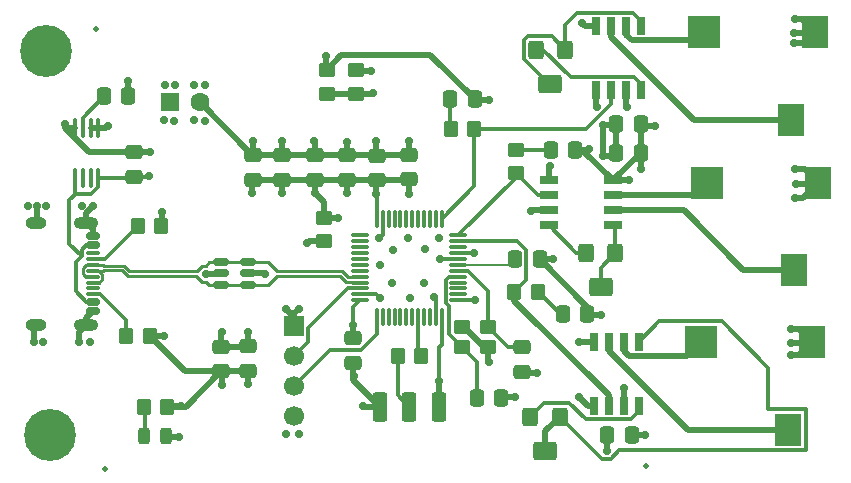
<source format=gbr>
%TF.GenerationSoftware,KiCad,Pcbnew,9.0.2*%
%TF.CreationDate,2025-07-12T15:53:05+01:00*%
%TF.ProjectId,EMG_hand_sensor,454d475f-6861-46e6-945f-73656e736f72,rev?*%
%TF.SameCoordinates,Original*%
%TF.FileFunction,Copper,L1,Top*%
%TF.FilePolarity,Positive*%
%FSLAX46Y46*%
G04 Gerber Fmt 4.6, Leading zero omitted, Abs format (unit mm)*
G04 Created by KiCad (PCBNEW 9.0.2) date 2025-07-12 15:53:05*
%MOMM*%
%LPD*%
G01*
G04 APERTURE LIST*
G04 Aperture macros list*
%AMRoundRect*
0 Rectangle with rounded corners*
0 $1 Rounding radius*
0 $2 $3 $4 $5 $6 $7 $8 $9 X,Y pos of 4 corners*
0 Add a 4 corners polygon primitive as box body*
4,1,4,$2,$3,$4,$5,$6,$7,$8,$9,$2,$3,0*
0 Add four circle primitives for the rounded corners*
1,1,$1+$1,$2,$3*
1,1,$1+$1,$4,$5*
1,1,$1+$1,$6,$7*
1,1,$1+$1,$8,$9*
0 Add four rect primitives between the rounded corners*
20,1,$1+$1,$2,$3,$4,$5,0*
20,1,$1+$1,$4,$5,$6,$7,0*
20,1,$1+$1,$6,$7,$8,$9,0*
20,1,$1+$1,$8,$9,$2,$3,0*%
G04 Aperture macros list end*
%TA.AperFunction,SMDPad,CuDef*%
%ADD10RoundRect,0.250000X0.475000X-0.337500X0.475000X0.337500X-0.475000X0.337500X-0.475000X-0.337500X0*%
%TD*%
%TA.AperFunction,SMDPad,CuDef*%
%ADD11RoundRect,0.075000X0.075000X0.662500X-0.075000X0.662500X-0.075000X-0.662500X0.075000X-0.662500X0*%
%TD*%
%TA.AperFunction,SMDPad,CuDef*%
%ADD12RoundRect,0.075000X0.662500X0.075000X-0.662500X0.075000X-0.662500X-0.075000X0.662500X-0.075000X0*%
%TD*%
%TA.AperFunction,SMDPad,CuDef*%
%ADD13RoundRect,0.250000X0.350000X0.450000X-0.350000X0.450000X-0.350000X-0.450000X0.350000X-0.450000X0*%
%TD*%
%TA.AperFunction,SMDPad,CuDef*%
%ADD14RoundRect,0.250000X-0.350000X-0.450000X0.350000X-0.450000X0.350000X0.450000X-0.350000X0.450000X0*%
%TD*%
%TA.AperFunction,SMDPad,CuDef*%
%ADD15C,0.500000*%
%TD*%
%TA.AperFunction,SMDPad,CuDef*%
%ADD16RoundRect,0.250000X-0.475000X0.337500X-0.475000X-0.337500X0.475000X-0.337500X0.475000X0.337500X0*%
%TD*%
%TA.AperFunction,SMDPad,CuDef*%
%ADD17R,0.650000X1.528000*%
%TD*%
%TA.AperFunction,SMDPad,CuDef*%
%ADD18RoundRect,0.250000X-0.337500X-0.475000X0.337500X-0.475000X0.337500X0.475000X-0.337500X0.475000X0*%
%TD*%
%TA.AperFunction,SMDPad,CuDef*%
%ADD19RoundRect,0.250000X0.450000X-0.350000X0.450000X0.350000X-0.450000X0.350000X-0.450000X-0.350000X0*%
%TD*%
%TA.AperFunction,SMDPad,CuDef*%
%ADD20RoundRect,0.250000X-0.450000X0.350000X-0.450000X-0.350000X0.450000X-0.350000X0.450000X0.350000X0*%
%TD*%
%TA.AperFunction,SMDPad,CuDef*%
%ADD21R,2.200000X2.800000*%
%TD*%
%TA.AperFunction,SMDPad,CuDef*%
%ADD22R,2.800000X2.800000*%
%TD*%
%TA.AperFunction,SMDPad,CuDef*%
%ADD23RoundRect,0.243750X-0.243750X-0.456250X0.243750X-0.456250X0.243750X0.456250X-0.243750X0.456250X0*%
%TD*%
%TA.AperFunction,SMDPad,CuDef*%
%ADD24R,1.528000X0.650000*%
%TD*%
%TA.AperFunction,ComponentPad*%
%ADD25R,1.700000X1.700000*%
%TD*%
%TA.AperFunction,ComponentPad*%
%ADD26C,1.700000*%
%TD*%
%TA.AperFunction,SMDPad,CuDef*%
%ADD27RoundRect,0.250000X0.337500X0.475000X-0.337500X0.475000X-0.337500X-0.475000X0.337500X-0.475000X0*%
%TD*%
%TA.AperFunction,SMDPad,CuDef*%
%ADD28RoundRect,0.250000X-0.400000X-0.550000X0.400000X-0.550000X0.400000X0.550000X-0.400000X0.550000X0*%
%TD*%
%TA.AperFunction,SMDPad,CuDef*%
%ADD29RoundRect,0.250000X-0.750000X-0.550000X0.750000X-0.550000X0.750000X0.550000X-0.750000X0.550000X0*%
%TD*%
%TA.AperFunction,SMDPad,CuDef*%
%ADD30RoundRect,0.250000X-0.450000X-0.350000X0.450000X-0.350000X0.450000X0.350000X-0.450000X0.350000X0*%
%TD*%
%TA.AperFunction,SMDPad,CuDef*%
%ADD31RoundRect,0.250000X-0.375000X-1.000000X0.375000X-1.000000X0.375000X1.000000X-0.375000X1.000000X0*%
%TD*%
%TA.AperFunction,ComponentPad*%
%ADD32C,4.400000*%
%TD*%
%TA.AperFunction,SMDPad,CuDef*%
%ADD33RoundRect,0.100000X-0.100000X0.712500X-0.100000X-0.712500X0.100000X-0.712500X0.100000X0.712500X0*%
%TD*%
%TA.AperFunction,ComponentPad*%
%ADD34RoundRect,0.250000X-0.550000X-0.550000X0.550000X-0.550000X0.550000X0.550000X-0.550000X0.550000X0*%
%TD*%
%TA.AperFunction,ComponentPad*%
%ADD35C,1.600000*%
%TD*%
%TA.AperFunction,SMDPad,CuDef*%
%ADD36RoundRect,0.150000X-0.512500X-0.150000X0.512500X-0.150000X0.512500X0.150000X-0.512500X0.150000X0*%
%TD*%
%TA.AperFunction,SMDPad,CuDef*%
%ADD37RoundRect,0.150000X-0.425000X0.150000X-0.425000X-0.150000X0.425000X-0.150000X0.425000X0.150000X0*%
%TD*%
%TA.AperFunction,SMDPad,CuDef*%
%ADD38RoundRect,0.075000X-0.500000X0.075000X-0.500000X-0.075000X0.500000X-0.075000X0.500000X0.075000X0*%
%TD*%
%TA.AperFunction,HeatsinkPad*%
%ADD39O,2.100000X1.000000*%
%TD*%
%TA.AperFunction,HeatsinkPad*%
%ADD40O,1.800000X1.000000*%
%TD*%
%TA.AperFunction,ViaPad*%
%ADD41C,0.700000*%
%TD*%
%TA.AperFunction,Conductor*%
%ADD42C,0.300000*%
%TD*%
%TA.AperFunction,Conductor*%
%ADD43C,0.500000*%
%TD*%
%TA.AperFunction,Conductor*%
%ADD44C,0.220000*%
%TD*%
%TA.AperFunction,Conductor*%
%ADD45C,0.200000*%
%TD*%
G04 APERTURE END LIST*
D10*
%TO.P,C9,2*%
%TO.N,GND*%
X154682379Y-62712500D03*
%TO.P,C9,1*%
%TO.N,VBUS*%
X154682379Y-64787500D03*
%TD*%
D11*
%TO.P,U2,48,VDD*%
%TO.N,+3.3V*%
X180750000Y-76662500D03*
%TO.P,U2,47,VSS*%
%TO.N,GND*%
X180250000Y-76662500D03*
%TO.P,U2,46,PB9*%
%TO.N,unconnected-(U2-PB9-Pad46)*%
X179750000Y-76662500D03*
%TO.P,U2,45,PB8*%
%TO.N,unconnected-(U2-PB8-Pad45)*%
X179250000Y-76662500D03*
%TO.P,U2,44,BOOT0*%
%TO.N,/BOOT0*%
X178750000Y-76662500D03*
%TO.P,U2,43,PB7*%
%TO.N,unconnected-(U2-PB7-Pad43)*%
X178250000Y-76662500D03*
%TO.P,U2,42,PB6*%
%TO.N,unconnected-(U2-PB6-Pad42)*%
X177750000Y-76662500D03*
%TO.P,U2,41,PB5*%
%TO.N,unconnected-(U2-PB5-Pad41)*%
X177250000Y-76662500D03*
%TO.P,U2,40,PB4*%
%TO.N,unconnected-(U2-PB4-Pad40)*%
X176750000Y-76662500D03*
%TO.P,U2,39,PB3*%
%TO.N,unconnected-(U2-PB3-Pad39)*%
X176250000Y-76662500D03*
%TO.P,U2,38,PA15*%
%TO.N,unconnected-(U2-PA15-Pad38)*%
X175750000Y-76662500D03*
%TO.P,U2,37,PA14*%
%TO.N,/SWD_CLK*%
X175250000Y-76662500D03*
D12*
%TO.P,U2,36,VDD*%
%TO.N,+3.3V*%
X173837500Y-75250000D03*
%TO.P,U2,35,VSS*%
%TO.N,GND*%
X173837500Y-74750000D03*
%TO.P,U2,34,PA13*%
%TO.N,/SWD_IO*%
X173837500Y-74250000D03*
%TO.P,U2,33,PA12*%
%TO.N,/USB_D+*%
X173837500Y-73750000D03*
%TO.P,U2,32,PA11*%
%TO.N,/USB_D-*%
X173837500Y-73250000D03*
%TO.P,U2,31,PA10*%
%TO.N,unconnected-(U2-PA10-Pad31)*%
X173837500Y-72750000D03*
%TO.P,U2,30,PA9*%
%TO.N,unconnected-(U2-PA9-Pad30)*%
X173837500Y-72250000D03*
%TO.P,U2,29,PA8*%
%TO.N,unconnected-(U2-PA8-Pad29)*%
X173837500Y-71750000D03*
%TO.P,U2,28,PB15*%
%TO.N,unconnected-(U2-PB15-Pad28)*%
X173837500Y-71250000D03*
%TO.P,U2,27,PB14*%
%TO.N,unconnected-(U2-PB14-Pad27)*%
X173837500Y-70750000D03*
%TO.P,U2,26,PB13*%
%TO.N,unconnected-(U2-PB13-Pad26)*%
X173837500Y-70250000D03*
%TO.P,U2,25,PB12*%
%TO.N,unconnected-(U2-PB12-Pad25)*%
X173837500Y-69750000D03*
D11*
%TO.P,U2,24,VDD*%
%TO.N,+3.3V*%
X175250000Y-68337500D03*
%TO.P,U2,23,VSS*%
%TO.N,GND*%
X175750000Y-68337500D03*
%TO.P,U2,22,PB11*%
%TO.N,unconnected-(U2-PB11-Pad22)*%
X176250000Y-68337500D03*
%TO.P,U2,21,PB10*%
%TO.N,unconnected-(U2-PB10-Pad21)*%
X176750000Y-68337500D03*
%TO.P,U2,20,PB2*%
%TO.N,unconnected-(U2-PB2-Pad20)*%
X177250000Y-68337500D03*
%TO.P,U2,19,PB1*%
%TO.N,unconnected-(U2-PB1-Pad19)*%
X177750000Y-68337500D03*
%TO.P,U2,18,PB0*%
%TO.N,unconnected-(U2-PB0-Pad18)*%
X178250000Y-68337500D03*
%TO.P,U2,17,PA7*%
%TO.N,unconnected-(U2-PA7-Pad17)*%
X178750000Y-68337500D03*
%TO.P,U2,16,PA6*%
%TO.N,unconnected-(U2-PA6-Pad16)*%
X179250000Y-68337500D03*
%TO.P,U2,15,PA5*%
%TO.N,unconnected-(U2-PA5-Pad15)*%
X179750000Y-68337500D03*
%TO.P,U2,14,PA4*%
%TO.N,unconnected-(U2-PA4-Pad14)*%
X180250000Y-68337500D03*
%TO.P,U2,13,PA3*%
%TO.N,/O4*%
X180750000Y-68337500D03*
D12*
%TO.P,U2,12,PA2*%
%TO.N,/O3*%
X182162500Y-69750000D03*
%TO.P,U2,11,PA1*%
%TO.N,/O2*%
X182162500Y-70250000D03*
%TO.P,U2,10,PA0*%
%TO.N,unconnected-(U2-PA0-Pad10)*%
X182162500Y-70750000D03*
%TO.P,U2,9,VDDA*%
%TO.N,+3.3VA*%
X182162500Y-71250000D03*
%TO.P,U2,8,VSSA*%
%TO.N,GND*%
X182162500Y-71750000D03*
%TO.P,U2,7,NRST*%
%TO.N,/NRST*%
X182162500Y-72250000D03*
%TO.P,U2,6,PD1*%
%TO.N,/HSE_LOW*%
X182162500Y-72750000D03*
%TO.P,U2,5,PD0*%
%TO.N,/HSE_IN*%
X182162500Y-73250000D03*
%TO.P,U2,4,PC15*%
%TO.N,unconnected-(U2-PC15-Pad4)*%
X182162500Y-73750000D03*
%TO.P,U2,3,PC14*%
%TO.N,unconnected-(U2-PC14-Pad3)*%
X182162500Y-74250000D03*
%TO.P,U2,2,PC13*%
%TO.N,unconnected-(U2-PC13-Pad2)*%
X182162500Y-74750000D03*
%TO.P,U2,1,VBAT*%
%TO.N,+3.3V*%
X182162500Y-75250000D03*
%TD*%
D13*
%TO.P,R12,1*%
%TO.N,Net-(C17-Pad1)*%
X188880000Y-74530000D03*
%TO.P,R12,2*%
%TO.N,/O2*%
X186880000Y-74530000D03*
%TD*%
D14*
%TO.P,R9,1*%
%TO.N,/CC2*%
X154010000Y-78240000D03*
%TO.P,R9,2*%
%TO.N,GND*%
X156010000Y-78240000D03*
%TD*%
D15*
%TO.P,FID2,*%
%TO.N,*%
X198000000Y-89250000D03*
%TD*%
D16*
%TO.P,C7,1*%
%TO.N,+3.3VA*%
X162090000Y-79195000D03*
%TO.P,C7,2*%
%TO.N,GND*%
X162090000Y-81270000D03*
%TD*%
D17*
%TO.P,U3,1,Rg*%
%TO.N,Net-(RV1-Pad1)*%
X197655000Y-52039000D03*
%TO.P,U3,2,-*%
%TO.N,/E2*%
X196385000Y-52039000D03*
%TO.P,U3,3,+*%
%TO.N,/E1*%
X195115000Y-52039000D03*
%TO.P,U3,4,V-*%
%TO.N,GND*%
X193845000Y-52039000D03*
%TO.P,U3,5,Ref*%
%TO.N,+1V6*%
X193845000Y-57461000D03*
%TO.P,U3,6*%
%TO.N,/O4*%
X195115000Y-57461000D03*
%TO.P,U3,7,V+*%
%TO.N,+3.3V*%
X196385000Y-57461000D03*
%TO.P,U3,8,Rg*%
%TO.N,Net-(RV1-Pad3)*%
X197655000Y-57461000D03*
%TD*%
D18*
%TO.P,C18,1*%
%TO.N,+3.3V*%
X195510000Y-60360000D03*
%TO.P,C18,2*%
%TO.N,GND*%
X197585000Y-60360000D03*
%TD*%
D14*
%TO.P,R11,1*%
%TO.N,Net-(C16-Pad1)*%
X181500000Y-60750000D03*
%TO.P,R11,2*%
%TO.N,/O4*%
X183500000Y-60750000D03*
%TD*%
D16*
%TO.P,C8,1*%
%TO.N,+3.3VA*%
X164340000Y-79157500D03*
%TO.P,C8,2*%
%TO.N,GND*%
X164340000Y-81232500D03*
%TD*%
D19*
%TO.P,R4,1*%
%TO.N,+1V6*%
X171000000Y-57750000D03*
%TO.P,R4,2*%
%TO.N,GND*%
X171000000Y-55750000D03*
%TD*%
D10*
%TO.P,C4,1*%
%TO.N,+3.3V*%
X170000000Y-65037500D03*
%TO.P,C4,2*%
%TO.N,GND*%
X170000000Y-62962500D03*
%TD*%
%TO.P,C6,1*%
%TO.N,+3.3V*%
X178000000Y-65000000D03*
%TO.P,C6,2*%
%TO.N,GND*%
X178000000Y-62925000D03*
%TD*%
D20*
%TO.P,R3,1*%
%TO.N,+3.3V*%
X173500000Y-55750000D03*
%TO.P,R3,2*%
%TO.N,+1V6*%
X173500000Y-57750000D03*
%TD*%
D21*
%TO.P,J5,R*%
%TO.N,/E1*%
X210350000Y-59950000D03*
%TO.P,J5,S*%
%TO.N,GND*%
X212350000Y-52550000D03*
D22*
%TO.P,J5,T*%
%TO.N,/E2*%
X202950000Y-52550000D03*
%TD*%
D18*
%TO.P,C15,1*%
%TO.N,/HSE_IN*%
X183712500Y-83500000D03*
%TO.P,C15,2*%
%TO.N,GND*%
X185787500Y-83500000D03*
%TD*%
D23*
%TO.P,D1,1,K*%
%TO.N,Net-(D1-K)*%
X155562500Y-86750000D03*
%TO.P,D1,2,A*%
%TO.N,+3.3V*%
X157437500Y-86750000D03*
%TD*%
D14*
%TO.P,R1,1*%
%TO.N,/SW_BOOT0*%
X177000000Y-80000000D03*
%TO.P,R1,2*%
%TO.N,/BOOT0*%
X179000000Y-80000000D03*
%TD*%
D10*
%TO.P,C3,1*%
%TO.N,+3.3V*%
X175250000Y-65075000D03*
%TO.P,C3,2*%
%TO.N,GND*%
X175250000Y-63000000D03*
%TD*%
D24*
%TO.P,U5,1,Rg*%
%TO.N,Net-(RV2-Pad1)*%
X195211000Y-68905000D03*
%TO.P,U5,2,-*%
%TO.N,/E8*%
X195211000Y-67635000D03*
%TO.P,U5,3,+*%
%TO.N,/E7*%
X195211000Y-66365000D03*
%TO.P,U5,4,V-*%
%TO.N,GND*%
X195211000Y-65095000D03*
%TO.P,U5,5,Ref*%
%TO.N,+1V6*%
X189789000Y-65095000D03*
%TO.P,U5,6*%
%TO.N,/O3*%
X189789000Y-66365000D03*
%TO.P,U5,7,V+*%
%TO.N,+3.3V*%
X189789000Y-67635000D03*
%TO.P,U5,8,Rg*%
%TO.N,Net-(RV2-Pad3)*%
X189789000Y-68905000D03*
%TD*%
D25*
%TO.P,J2,1,Pin_1*%
%TO.N,+3.3V*%
X168250000Y-77460000D03*
D26*
%TO.P,J2,2,Pin_2*%
%TO.N,/SWD_IO*%
X168250000Y-80000000D03*
%TO.P,J2,3,Pin_3*%
%TO.N,/SWD_CLK*%
X168250000Y-82540000D03*
%TO.P,J2,4,Pin_4*%
%TO.N,GND*%
X168250000Y-85080000D03*
%TD*%
D16*
%TO.P,C1,1*%
%TO.N,+3.3V*%
X173250000Y-78462500D03*
%TO.P,C1,2*%
%TO.N,GND*%
X173250000Y-80537500D03*
%TD*%
D18*
%TO.P,C13,1*%
%TO.N,/NRST*%
X186962500Y-71750000D03*
%TO.P,C13,2*%
%TO.N,GND*%
X189037500Y-71750000D03*
%TD*%
D17*
%TO.P,U9,1,Rg*%
%TO.N,/RV3_1*%
X197405000Y-78789000D03*
%TO.P,U9,2,-*%
%TO.N,/E6*%
X196135000Y-78789000D03*
%TO.P,U9,3,+*%
%TO.N,/E5*%
X194865000Y-78789000D03*
%TO.P,U9,4,V-*%
%TO.N,GND*%
X193595000Y-78789000D03*
%TO.P,U9,5,Ref*%
%TO.N,+1V6*%
X193595000Y-84211000D03*
%TO.P,U9,6*%
%TO.N,/O2*%
X194865000Y-84211000D03*
%TO.P,U9,7,V+*%
%TO.N,+3.3V*%
X196135000Y-84211000D03*
%TO.P,U9,8,Rg*%
%TO.N,/RV3_3*%
X197405000Y-84211000D03*
%TD*%
D27*
%TO.P,C11,1*%
%TO.N,+3.3V*%
X154219879Y-58000000D03*
%TO.P,C11,2*%
%TO.N,Net-(U7-BYP)*%
X152144879Y-58000000D03*
%TD*%
D20*
%TO.P,FB1,1*%
%TO.N,+3.3V*%
X170750000Y-68250000D03*
%TO.P,FB1,2*%
%TO.N,+3.3VA*%
X170750000Y-70250000D03*
%TD*%
D28*
%TO.P,RV2,1,1*%
%TO.N,Net-(RV2-Pad1)*%
X195440000Y-71260000D03*
D29*
%TO.P,RV2,2,2*%
X194190000Y-74160000D03*
D28*
%TO.P,RV2,3,3*%
%TO.N,Net-(RV2-Pad3)*%
X192940000Y-71260000D03*
%TD*%
D15*
%TO.P,FID3,*%
%TO.N,*%
X151500000Y-52250000D03*
%TD*%
D14*
%TO.P,R2,1*%
%TO.N,Net-(D1-K)*%
X155500000Y-84250000D03*
%TO.P,R2,2*%
%TO.N,GND*%
X157500000Y-84250000D03*
%TD*%
D10*
%TO.P,C12,1*%
%TO.N,+3.3V*%
X164750000Y-65037500D03*
%TO.P,C12,2*%
%TO.N,GND*%
X164750000Y-62962500D03*
%TD*%
D18*
%TO.P,C19,1*%
%TO.N,Net-(C19-Pad1)*%
X189962500Y-62500000D03*
%TO.P,C19,2*%
%TO.N,GND*%
X192037500Y-62500000D03*
%TD*%
D30*
%TO.P,Y1,1,1*%
%TO.N,/HSE_IN*%
X182490000Y-79240000D03*
%TO.P,Y1,2,2*%
%TO.N,GND*%
X184690000Y-79240000D03*
%TO.P,Y1,3,3*%
%TO.N,/HSE_LOW*%
X184690000Y-77540000D03*
%TO.P,Y1,4,4*%
%TO.N,GND*%
X182490000Y-77540000D03*
%TD*%
D10*
%TO.P,C2,1*%
%TO.N,+3.3V*%
X167250000Y-65037500D03*
%TO.P,C2,2*%
%TO.N,GND*%
X167250000Y-62962500D03*
%TD*%
D31*
%TO.P,SW1,1,A*%
%TO.N,GND*%
X175500000Y-84250000D03*
%TO.P,SW1,2,B*%
%TO.N,/SW_BOOT0*%
X178000000Y-84250000D03*
%TO.P,SW1,3,C*%
%TO.N,+3.3V*%
X180500000Y-84250000D03*
%TD*%
D28*
%TO.P,RV1,1,1*%
%TO.N,Net-(RV1-Pad1)*%
X191200000Y-54040000D03*
D29*
%TO.P,RV1,2,2*%
X189950000Y-56940000D03*
D28*
%TO.P,RV1,3,3*%
%TO.N,Net-(RV1-Pad3)*%
X188700000Y-54040000D03*
%TD*%
D18*
%TO.P,C21,1*%
%TO.N,+3.3V*%
X195522500Y-62780000D03*
%TO.P,C21,2*%
%TO.N,GND*%
X197597500Y-62780000D03*
%TD*%
D10*
%TO.P,C5,1*%
%TO.N,+3.3V*%
X172750000Y-65037500D03*
%TO.P,C5,2*%
%TO.N,GND*%
X172750000Y-62962500D03*
%TD*%
D14*
%TO.P,R8,1*%
%TO.N,Net-(J1-CC1)*%
X155000000Y-69000000D03*
%TO.P,R8,2*%
%TO.N,GND*%
X157000000Y-69000000D03*
%TD*%
D28*
%TO.P,RV3,1,1*%
%TO.N,/RV3_1*%
X190740000Y-85100000D03*
D29*
%TO.P,RV3,2,2*%
X189490000Y-88000000D03*
D28*
%TO.P,RV3,3,3*%
%TO.N,/RV3_3*%
X188240000Y-85100000D03*
%TD*%
D32*
%TO.P,H1,1,1*%
%TO.N,GND*%
X147610000Y-86670000D03*
%TD*%
D33*
%TO.P,U7,1,OUT*%
%TO.N,+3.3V*%
X151657379Y-60637500D03*
%TO.P,U7,2,SENSE*%
X151007379Y-60637500D03*
%TO.P,U7,3,BYP*%
%TO.N,Net-(U7-BYP)*%
X150357379Y-60637500D03*
%TO.P,U7,4,GND*%
%TO.N,GND*%
X149707379Y-60637500D03*
%TO.P,U7,5,~{SHDN}*%
%TO.N,VBUS*%
X149707379Y-64862500D03*
%TO.P,U7,6,NC*%
%TO.N,unconnected-(U7-NC-Pad6)*%
X150357379Y-64862500D03*
%TO.P,U7,7,NC*%
%TO.N,unconnected-(U7-NC-Pad7)*%
X151007379Y-64862500D03*
%TO.P,U7,8,IN*%
%TO.N,VBUS*%
X151657379Y-64862500D03*
%TD*%
D21*
%TO.P,J6,R*%
%TO.N,/E5*%
X210100000Y-86200000D03*
%TO.P,J6,S*%
%TO.N,GND*%
X212100000Y-78800000D03*
D22*
%TO.P,J6,T*%
%TO.N,/E6*%
X202700000Y-78800000D03*
%TD*%
D34*
%TO.P,C10,1*%
%TO.N,+3.3V*%
X157750000Y-58500000D03*
D35*
%TO.P,C10,2*%
%TO.N,GND*%
X160250000Y-58500000D03*
%TD*%
D15*
%TO.P,FID1,*%
%TO.N,*%
X152250000Y-89500000D03*
%TD*%
D21*
%TO.P,J4,R*%
%TO.N,/E8*%
X210600000Y-72700000D03*
%TO.P,J4,S*%
%TO.N,GND*%
X212600000Y-65300000D03*
D22*
%TO.P,J4,T*%
%TO.N,/E7*%
X203200000Y-65300000D03*
%TD*%
D36*
%TO.P,U1,1,I/O1*%
%TO.N,/USB_D-*%
X162062500Y-72027500D03*
%TO.P,U1,2,GND*%
%TO.N,GND*%
X162062500Y-72977500D03*
%TO.P,U1,3,I/O2*%
%TO.N,/USB_D+*%
X162062500Y-73927500D03*
%TO.P,U1,4,I/O2*%
X164337500Y-73927500D03*
%TO.P,U1,5,VBUS*%
%TO.N,VBUS*%
X164337500Y-72977500D03*
%TO.P,U1,6,I/O1*%
%TO.N,/USB_D-*%
X164337500Y-72027500D03*
%TD*%
D16*
%TO.P,C14,1*%
%TO.N,/HSE_LOW*%
X187500000Y-79212500D03*
%TO.P,C14,2*%
%TO.N,GND*%
X187500000Y-81287500D03*
%TD*%
D32*
%TO.P,H2,1,1*%
%TO.N,GND*%
X147260000Y-54190000D03*
%TD*%
D18*
%TO.P,C17,1*%
%TO.N,Net-(C17-Pad1)*%
X191002500Y-76450000D03*
%TO.P,C17,2*%
%TO.N,GND*%
X193077500Y-76450000D03*
%TD*%
D37*
%TO.P,J1,A1,GND*%
%TO.N,GND*%
X151180000Y-69800000D03*
%TO.P,J1,A4,VBUS*%
%TO.N,VBUS*%
X151180000Y-70600000D03*
D38*
%TO.P,J1,A5,CC1*%
%TO.N,Net-(J1-CC1)*%
X151180000Y-71750000D03*
%TO.P,J1,A6,D+*%
%TO.N,/USB_D+*%
X151180000Y-72750000D03*
%TO.P,J1,A7,D-*%
%TO.N,/USB_D-*%
X151180000Y-73250000D03*
%TO.P,J1,A8,SBU1*%
%TO.N,unconnected-(J1-SBU1-PadA8)*%
X151180000Y-74250000D03*
D37*
%TO.P,J1,A9,VBUS*%
%TO.N,VBUS*%
X151180000Y-75400000D03*
%TO.P,J1,A12,GND*%
%TO.N,GND*%
X151180000Y-76200000D03*
%TO.P,J1,B1,GND*%
X151180000Y-76200000D03*
%TO.P,J1,B4,VBUS*%
%TO.N,VBUS*%
X151180000Y-75400000D03*
D38*
%TO.P,J1,B5,CC2*%
%TO.N,/CC2*%
X151180000Y-74750000D03*
%TO.P,J1,B6,D+*%
%TO.N,/USB_D+*%
X151180000Y-73750000D03*
%TO.P,J1,B7,D-*%
%TO.N,/USB_D-*%
X151180000Y-72250000D03*
%TO.P,J1,B8,SBU2*%
%TO.N,unconnected-(J1-SBU2-PadB8)*%
X151180000Y-71250000D03*
D37*
%TO.P,J1,B9,VBUS*%
%TO.N,VBUS*%
X151180000Y-70600000D03*
%TO.P,J1,B12,GND*%
%TO.N,GND*%
X151180000Y-69800000D03*
D39*
%TO.P,J1,S1,SHIELD*%
X150605000Y-68680000D03*
D40*
X146425000Y-68680000D03*
D39*
X150605000Y-77320000D03*
D40*
X146425000Y-77320000D03*
%TD*%
D18*
%TO.P,C16,1*%
%TO.N,Net-(C16-Pad1)*%
X181462500Y-58250000D03*
%TO.P,C16,2*%
%TO.N,GND*%
X183537500Y-58250000D03*
%TD*%
D20*
%TO.P,R14,1*%
%TO.N,Net-(C19-Pad1)*%
X187000000Y-62500000D03*
%TO.P,R14,2*%
%TO.N,/O3*%
X187000000Y-64500000D03*
%TD*%
D18*
%TO.P,C20,1*%
%TO.N,+3.3V*%
X194742500Y-86670000D03*
%TO.P,C20,2*%
%TO.N,GND*%
X196817500Y-86670000D03*
%TD*%
D41*
%TO.N,+3.3VA*%
X169370000Y-70370000D03*
%TO.N,GND*%
X147250000Y-67250000D03*
X146500000Y-67250000D03*
%TO.N,VBUS*%
X165750000Y-73000000D03*
%TO.N,GND*%
X151250000Y-67250000D03*
X150250000Y-67250000D03*
X145750000Y-67250000D03*
X151000000Y-78750000D03*
X150000000Y-78750000D03*
X147000000Y-78750000D03*
X146250000Y-78750000D03*
%TO.N,VBUS*%
X156000000Y-64750000D03*
%TO.N,+3.3VA*%
X183500000Y-71250000D03*
X162100000Y-77970000D03*
X164320000Y-77960000D03*
%TO.N,GND*%
X210660000Y-51480000D03*
X196600000Y-65060000D03*
X188841250Y-81420000D03*
X175500000Y-72250000D03*
X179250000Y-73750000D03*
X164350000Y-82366250D03*
X210700000Y-65370000D03*
X210580000Y-52610000D03*
X164740000Y-61750000D03*
X162120000Y-82406250D03*
X210660000Y-66590000D03*
X159770000Y-57020000D03*
X177860000Y-69970000D03*
X197620000Y-64151250D03*
X184751250Y-58310000D03*
X197991250Y-86680000D03*
X176650000Y-70980000D03*
X156001250Y-62680000D03*
X160760000Y-73010000D03*
X175450000Y-70010000D03*
X157270000Y-78280000D03*
X159750000Y-60020000D03*
X210650000Y-64160000D03*
X172710000Y-61830000D03*
X210290000Y-79870000D03*
X180600000Y-71770000D03*
X192600000Y-51800000D03*
X174080000Y-84220000D03*
X175180000Y-61800000D03*
X167180000Y-61790000D03*
X168680000Y-86610000D03*
X157020000Y-67738750D03*
X198791250Y-60520000D03*
X178020000Y-75070000D03*
X193241250Y-62480000D03*
X160730000Y-60060000D03*
X210580000Y-53510000D03*
X190161250Y-71760000D03*
X210340000Y-77660000D03*
X173280000Y-81691250D03*
X148820000Y-60350000D03*
X169970000Y-61798750D03*
X167550000Y-86590000D03*
X180550000Y-69980000D03*
X186941250Y-83460000D03*
X184740000Y-80520000D03*
X179350000Y-70920000D03*
X175540000Y-75100000D03*
X192350000Y-78760000D03*
X170950000Y-54578750D03*
X176500000Y-73750000D03*
X180080000Y-74990000D03*
X158661250Y-84220000D03*
X177930000Y-61798750D03*
X210340000Y-78830000D03*
X194231250Y-76480000D03*
X160680000Y-57020000D03*
%TO.N,+1V6*%
X192350000Y-83470000D03*
X189950000Y-63870000D03*
X174900000Y-57720000D03*
X193860000Y-58860000D03*
%TO.N,+3.3V*%
X154190000Y-56710000D03*
X172760000Y-66210000D03*
X164720000Y-66200000D03*
X196170000Y-82690000D03*
X194360000Y-60420000D03*
X196450000Y-58860000D03*
X158170000Y-57010000D03*
X158070000Y-60040000D03*
X152490000Y-60470000D03*
X157270000Y-60020000D03*
X174760000Y-55810000D03*
X194410000Y-63040000D03*
X168660000Y-75960000D03*
X175220000Y-66250000D03*
X158540000Y-86800000D03*
X157280000Y-57000000D03*
X171980000Y-68310000D03*
X167240000Y-66210000D03*
X169990000Y-66190000D03*
X194750000Y-88000000D03*
X183570000Y-75210000D03*
X178010000Y-66220000D03*
X180530000Y-82110000D03*
X167540000Y-75980000D03*
X173220000Y-77330000D03*
X188340000Y-67670000D03*
%TD*%
D42*
%TO.N,+3.3VA*%
X182162500Y-71250000D02*
X183500000Y-71250000D01*
%TO.N,+3.3V*%
X180500000Y-79250000D02*
X180500000Y-84250000D01*
X180750000Y-79000000D02*
X180500000Y-79250000D01*
X180750000Y-76662500D02*
X180750000Y-79000000D01*
%TO.N,GND*%
X182162500Y-71750000D02*
X180620000Y-71750000D01*
X180620000Y-71750000D02*
X180600000Y-71770000D01*
X173837500Y-74750000D02*
X175190000Y-74750000D01*
X175190000Y-74750000D02*
X175540000Y-75100000D01*
%TO.N,+3.3V*%
X183530000Y-75250000D02*
X183570000Y-75210000D01*
X182162500Y-75250000D02*
X183530000Y-75250000D01*
D43*
%TO.N,GND*%
X151180000Y-69255000D02*
X150605000Y-68680000D01*
X151180000Y-69800000D02*
X151180000Y-69255000D01*
X146500000Y-67250000D02*
X146500000Y-68605000D01*
X146500000Y-68605000D02*
X146425000Y-68680000D01*
X150000000Y-78750000D02*
X150000000Y-77925000D01*
X150000000Y-77925000D02*
X150605000Y-77320000D01*
X146250000Y-77495000D02*
X146425000Y-77320000D01*
X146250000Y-78750000D02*
X146250000Y-77495000D01*
%TO.N,VBUS*%
X165727500Y-72977500D02*
X165750000Y-73000000D01*
X164337500Y-72977500D02*
X165727500Y-72977500D01*
D44*
%TO.N,/USB_D+*%
X173250000Y-73750000D02*
X173837500Y-73750000D01*
X173185000Y-73685000D02*
X173250000Y-73750000D01*
X172673370Y-73685000D02*
X173185000Y-73685000D01*
X172150870Y-73162500D02*
X172673370Y-73685000D01*
X164337500Y-73927500D02*
X166072500Y-73927500D01*
X166072500Y-73927500D02*
X166837500Y-73162500D01*
X166837500Y-73162500D02*
X172150870Y-73162500D01*
%TO.N,/USB_D-*%
X172826630Y-73315000D02*
X173185000Y-73315000D01*
X173250000Y-73250000D02*
X173837500Y-73250000D01*
X166792500Y-72792500D02*
X172304130Y-72792500D01*
X172304130Y-72792500D02*
X172826630Y-73315000D01*
X173185000Y-73315000D02*
X173250000Y-73250000D01*
X164337500Y-72027500D02*
X166027500Y-72027500D01*
X166027500Y-72027500D02*
X166792500Y-72792500D01*
D43*
%TO.N,GND*%
X150605000Y-77320000D02*
X150605000Y-76775000D01*
X150605000Y-76775000D02*
X151180000Y-76200000D01*
X150605000Y-67895000D02*
X151250000Y-67250000D01*
X150605000Y-68250000D02*
X150605000Y-67895000D01*
X150605000Y-68680000D02*
X150605000Y-68250000D01*
D42*
%TO.N,VBUS*%
X155962500Y-64787500D02*
X156000000Y-64750000D01*
X154682379Y-64787500D02*
X155962500Y-64787500D01*
D44*
%TO.N,/USB_D-*%
X162062500Y-72027500D02*
X164337500Y-72027500D01*
%TO.N,/USB_D+*%
X162062500Y-73927500D02*
X164337500Y-73927500D01*
D43*
%TO.N,+3.3VA*%
X164310000Y-77970000D02*
X164320000Y-77960000D01*
D42*
%TO.N,/CC2*%
X154010000Y-76942322D02*
X151816678Y-74749000D01*
X154010000Y-78240000D02*
X154010000Y-76942322D01*
%TO.N,VBUS*%
X149750000Y-74499534D02*
X149750000Y-72004000D01*
X150650466Y-75400000D02*
X149750000Y-74499534D01*
X151180000Y-75400000D02*
X150650466Y-75400000D01*
X150254000Y-71500000D02*
X149750000Y-72004000D01*
D44*
%TO.N,/USB_D+*%
X151754999Y-72750000D02*
X151180000Y-72750000D01*
X152016000Y-73466254D02*
X152016000Y-73011001D01*
X152016000Y-73011001D02*
X151754999Y-72750000D01*
X151180000Y-73750000D02*
X151732254Y-73750000D01*
X151732254Y-73750000D02*
X152016000Y-73466254D01*
%TO.N,/USB_D-*%
X150344000Y-72533746D02*
X150627746Y-72250000D01*
X150344000Y-72988999D02*
X150344000Y-72533746D01*
X150627746Y-72250000D02*
X151180000Y-72250000D01*
X151180000Y-73250000D02*
X150605001Y-73250000D01*
X150605001Y-73250000D02*
X150344000Y-72988999D01*
D43*
%TO.N,+3.3VA*%
X170750000Y-70250000D02*
X169490000Y-70250000D01*
X162090000Y-79195000D02*
X162090000Y-77980000D01*
X162090000Y-77980000D02*
X162100000Y-77970000D01*
X164340000Y-79157500D02*
X164340000Y-77980000D01*
X164302500Y-79195000D02*
X164340000Y-79157500D01*
X169490000Y-70250000D02*
X169450000Y-70290000D01*
X162090000Y-79195000D02*
X164302500Y-79195000D01*
X164340000Y-77980000D02*
X164320000Y-77960000D01*
%TO.N,GND*%
X170960000Y-54588750D02*
X170960000Y-55791250D01*
X194221250Y-76490000D02*
X193018750Y-76490000D01*
X212530000Y-65370000D02*
X212600000Y-65300000D01*
X197610000Y-64141250D02*
X197610000Y-62938750D01*
X158651250Y-84230000D02*
X157448750Y-84230000D01*
X183537500Y-58250000D02*
X179787500Y-54500000D01*
X173270000Y-81681250D02*
X173270000Y-80478750D01*
X192839000Y-52039000D02*
X192600000Y-51800000D01*
X197597500Y-60372500D02*
X197585000Y-60360000D01*
X192616000Y-62500000D02*
X195211000Y-65095000D01*
X198781250Y-60530000D02*
X197578750Y-60530000D01*
X182588292Y-77540000D02*
X184288292Y-79240000D01*
X174110000Y-84250000D02*
X174080000Y-84220000D01*
X188831250Y-81430000D02*
X187628750Y-81430000D01*
X182490000Y-77540000D02*
X182588292Y-77540000D01*
D42*
X180250000Y-75160000D02*
X180080000Y-74990000D01*
D43*
X210650000Y-64160000D02*
X211460000Y-64160000D01*
X195211000Y-65095000D02*
X195282500Y-65095000D01*
X164340000Y-82356250D02*
X164340000Y-81153750D01*
X195246000Y-65060000D02*
X195211000Y-65095000D01*
X193077500Y-75790000D02*
X189037500Y-71750000D01*
X169980000Y-61808750D02*
X169980000Y-63011250D01*
X149707379Y-60637500D02*
X149107500Y-60637500D01*
X164750000Y-61760000D02*
X164750000Y-62962500D01*
X211390000Y-53510000D02*
X212350000Y-52550000D01*
X184741250Y-58320000D02*
X183538750Y-58320000D01*
D45*
X193365000Y-78789000D02*
X193365000Y-79228000D01*
D43*
X210960000Y-77660000D02*
X212100000Y-78800000D01*
X164750000Y-62962500D02*
X170000000Y-62962500D01*
X157500000Y-84250000D02*
X159110000Y-84250000D01*
X193845000Y-52039000D02*
X192839000Y-52039000D01*
X164750000Y-62962500D02*
X164712500Y-62962500D01*
X210580000Y-53510000D02*
X211390000Y-53510000D01*
X211030000Y-79870000D02*
X212100000Y-78800000D01*
X177940000Y-61808750D02*
X177940000Y-63011250D01*
X172250000Y-54500000D02*
X171000000Y-55750000D01*
X164712500Y-62962500D02*
X160250000Y-58500000D01*
X162090000Y-81270000D02*
X159040000Y-81270000D01*
X192379000Y-78789000D02*
X192350000Y-78760000D01*
X197981250Y-86690000D02*
X196778750Y-86690000D01*
X157030000Y-67748750D02*
X157030000Y-68250000D01*
X159110000Y-84250000D02*
X162090000Y-81270000D01*
X162090000Y-81270000D02*
X164302500Y-81270000D01*
X170000000Y-62962500D02*
X177962500Y-62962500D01*
X160760000Y-73010000D02*
X162030000Y-73010000D01*
X150837875Y-62712500D02*
X154682379Y-62712500D01*
X186931250Y-83470000D02*
X185728750Y-83470000D01*
X184288292Y-79240000D02*
X184690000Y-79240000D01*
X164740000Y-61750000D02*
X164750000Y-61760000D01*
D42*
X180250000Y-76662500D02*
X180250000Y-75160000D01*
D43*
X175190000Y-61810000D02*
X175190000Y-63012500D01*
X177962500Y-62962500D02*
X178000000Y-62925000D01*
X162110000Y-82396250D02*
X162110000Y-81193750D01*
X172720000Y-61840000D02*
X172720000Y-63042500D01*
X210340000Y-77660000D02*
X210960000Y-77660000D01*
X212070000Y-78830000D02*
X212100000Y-78800000D01*
X210660000Y-66590000D02*
X211310000Y-66590000D01*
X192037500Y-62500000D02*
X192616000Y-62500000D01*
X151210000Y-69770000D02*
X151180000Y-69800000D01*
X162030000Y-73010000D02*
X162062500Y-72977500D01*
X210340000Y-78830000D02*
X212070000Y-78830000D01*
X212290000Y-52610000D02*
X212350000Y-52550000D01*
X196600000Y-65060000D02*
X195246000Y-65060000D01*
X184690000Y-79240000D02*
X184690000Y-80470000D01*
X175500000Y-84250000D02*
X174110000Y-84250000D01*
X173250000Y-82000000D02*
X175500000Y-84250000D01*
X210700000Y-65370000D02*
X212530000Y-65370000D01*
X211310000Y-66590000D02*
X212600000Y-65300000D01*
X210660000Y-51480000D02*
X211280000Y-51480000D01*
X173250000Y-80537500D02*
X173250000Y-82000000D01*
X155991250Y-62690000D02*
X154788750Y-62690000D01*
X184690000Y-80470000D02*
X184740000Y-80520000D01*
X193231250Y-62490000D02*
X192028750Y-62490000D01*
X193077500Y-76450000D02*
X193077500Y-75790000D01*
X148820000Y-60350000D02*
X148820000Y-60694625D01*
D42*
X175750000Y-68337500D02*
X175750000Y-69710000D01*
D43*
X190151250Y-71770000D02*
X188948750Y-71770000D01*
D42*
X175750000Y-69710000D02*
X175450000Y-70010000D01*
D43*
X179787500Y-54500000D02*
X172250000Y-54500000D01*
X159040000Y-81270000D02*
X156010000Y-78240000D01*
X151200000Y-76220000D02*
X151180000Y-76200000D01*
X175500000Y-84250000D02*
X175200000Y-84250000D01*
X211460000Y-64160000D02*
X212600000Y-65300000D01*
X167190000Y-61800000D02*
X167190000Y-63002500D01*
X149107500Y-60637500D02*
X148820000Y-60350000D01*
X210580000Y-52610000D02*
X212290000Y-52610000D01*
X197597500Y-62780000D02*
X197597500Y-60372500D01*
X195282500Y-65095000D02*
X197597500Y-62780000D01*
X157270000Y-78280000D02*
X156050000Y-78280000D01*
X164302500Y-81270000D02*
X164340000Y-81232500D01*
X211280000Y-51480000D02*
X212350000Y-52550000D01*
X193595000Y-78789000D02*
X192379000Y-78789000D01*
X148820000Y-60694625D02*
X150837875Y-62712500D01*
X156050000Y-78280000D02*
X156010000Y-78240000D01*
X210290000Y-79870000D02*
X211030000Y-79870000D01*
X157030000Y-68250000D02*
X157030000Y-68951250D01*
D42*
%TO.N,VBUS*%
X150254000Y-71500000D02*
X149204000Y-70450000D01*
X149204000Y-66796000D02*
X149750000Y-66250000D01*
X149750000Y-66250000D02*
X151082378Y-66250000D01*
X151180000Y-70600000D02*
X150641719Y-70600000D01*
X150254000Y-71500000D02*
X150254000Y-70996466D01*
X150650466Y-70600000D02*
X151180000Y-70600000D01*
X151180000Y-70600000D02*
X150650000Y-70600000D01*
X149204000Y-70450000D02*
X149204000Y-66796000D01*
X151657379Y-64862500D02*
X154607379Y-64862500D01*
X150254000Y-70996466D02*
X150650466Y-70600000D01*
X149750000Y-66250000D02*
X149707379Y-66207379D01*
X154607379Y-64862500D02*
X154682379Y-64787500D01*
X151082378Y-66250000D02*
X151657379Y-65674999D01*
X149707379Y-66207379D02*
X149707379Y-64862500D01*
X151657379Y-65674999D02*
X151657379Y-64862500D01*
D45*
%TO.N,/NRST*%
X186462500Y-72250000D02*
X186962500Y-71750000D01*
X182162500Y-72250000D02*
X186462500Y-72250000D01*
D42*
%TO.N,/HSE_LOW*%
X187500000Y-79212500D02*
X186362500Y-79212500D01*
X184690000Y-77540000D02*
X184690000Y-74435466D01*
X184690000Y-74435466D02*
X183004534Y-72750000D01*
X186362500Y-79212500D02*
X184690000Y-77540000D01*
X183004534Y-72750000D02*
X182162500Y-72750000D01*
%TO.N,/HSE_IN*%
X181074000Y-75503534D02*
X181074000Y-73496466D01*
X181320466Y-73250000D02*
X182162500Y-73250000D01*
X181074000Y-73496466D02*
X181320466Y-73250000D01*
X182490000Y-79240000D02*
X183712500Y-80462500D01*
D43*
X182290000Y-79040000D02*
X182400000Y-79150000D01*
D42*
X181321466Y-78071466D02*
X181321466Y-75751000D01*
X182490000Y-79240000D02*
X181321466Y-78071466D01*
X181321466Y-75751000D02*
X181074000Y-75503534D01*
X183712500Y-80462500D02*
X183712500Y-83500000D01*
%TO.N,Net-(D1-K)*%
X155625000Y-86750000D02*
X155625000Y-84375000D01*
X155625000Y-84375000D02*
X155500000Y-84250000D01*
%TO.N,/SWD_CLK*%
X171320000Y-79470000D02*
X168250000Y-82540000D01*
X175250000Y-76662500D02*
X175250000Y-78131870D01*
X173911870Y-79470000D02*
X171320000Y-79470000D01*
X175250000Y-78131870D02*
X173911870Y-79470000D01*
%TO.N,Net-(U7-BYP)*%
X150357379Y-59787500D02*
X152144879Y-58000000D01*
X150357379Y-60637500D02*
X150357379Y-59787500D01*
%TO.N,/SWD_IO*%
X169451000Y-78799000D02*
X168250000Y-80000000D01*
X172780000Y-74250000D02*
X169451000Y-77579000D01*
X169451000Y-77579000D02*
X169451000Y-78799000D01*
X173837500Y-74250000D02*
X172780000Y-74250000D01*
%TO.N,/SW_BOOT0*%
X177000000Y-83250000D02*
X178000000Y-84250000D01*
X177000000Y-80000000D02*
X177000000Y-83250000D01*
%TO.N,/BOOT0*%
X178750000Y-76662500D02*
X178750000Y-79750000D01*
X178750000Y-79750000D02*
X179000000Y-80000000D01*
D43*
%TO.N,+1V6*%
X189789000Y-65095000D02*
X189789000Y-64031000D01*
X193595000Y-84211000D02*
X193091000Y-84211000D01*
X193091000Y-84211000D02*
X192350000Y-83470000D01*
X173500000Y-57750000D02*
X174870000Y-57750000D01*
X193845000Y-58845000D02*
X193860000Y-58860000D01*
X189789000Y-64031000D02*
X189950000Y-63870000D01*
X174870000Y-57750000D02*
X174900000Y-57720000D01*
X171000000Y-57750000D02*
X173500000Y-57750000D01*
X193845000Y-57461000D02*
X193845000Y-58845000D01*
%TO.N,+3.3V*%
X196385000Y-58795000D02*
X196450000Y-58860000D01*
X194750000Y-88000000D02*
X194750000Y-86790000D01*
X177962500Y-65037500D02*
X178000000Y-65000000D01*
X196385000Y-57461000D02*
X196385000Y-58795000D01*
X164750000Y-65037500D02*
X167250000Y-65037500D01*
X172760000Y-66210000D02*
X172760000Y-65000000D01*
X172750000Y-65037500D02*
X177962500Y-65037500D01*
X194360000Y-60420000D02*
X195570000Y-60420000D01*
X195510000Y-62767500D02*
X195522500Y-62780000D01*
X174760000Y-55810000D02*
X173550000Y-55810000D01*
X180500000Y-82140000D02*
X180530000Y-82110000D01*
X171980000Y-68310000D02*
X170770000Y-68310000D01*
X196135000Y-82725000D02*
X196170000Y-82690000D01*
X151657379Y-60637500D02*
X151657379Y-60562500D01*
X194410000Y-60470000D02*
X194360000Y-60420000D01*
X195510000Y-60360000D02*
X195510000Y-62767500D01*
X154190000Y-56710000D02*
X154190000Y-57920000D01*
X151657379Y-60637500D02*
X152322500Y-60637500D01*
X170750000Y-68250000D02*
X170750000Y-66950000D01*
X178010000Y-65010000D02*
X178000000Y-65000000D01*
X180500000Y-84250000D02*
X180500000Y-82140000D01*
X164720000Y-66200000D02*
X164720000Y-64990000D01*
X169990000Y-66190000D02*
X169990000Y-64980000D01*
D42*
X175250000Y-68337500D02*
X175250000Y-66280000D01*
D43*
X168250000Y-76690000D02*
X167540000Y-75980000D01*
X194410000Y-63040000D02*
X195620000Y-63040000D01*
D42*
X175250000Y-66280000D02*
X175220000Y-66250000D01*
D43*
X167240000Y-66210000D02*
X167240000Y-65000000D01*
X168250000Y-76370000D02*
X168660000Y-75960000D01*
D42*
X173250000Y-75837500D02*
X173250000Y-78462500D01*
X180750000Y-84000000D02*
X180500000Y-84250000D01*
D43*
X158540000Y-86800000D02*
X157330000Y-86800000D01*
X152322500Y-60637500D02*
X152490000Y-60470000D01*
X189789000Y-67635000D02*
X188375000Y-67635000D01*
X188375000Y-67635000D02*
X188340000Y-67670000D01*
X167250000Y-65037500D02*
X170000000Y-65037500D01*
X196135000Y-84211000D02*
X196135000Y-82725000D01*
X170750000Y-66950000D02*
X169990000Y-66190000D01*
X167250000Y-65037500D02*
X172750000Y-65037500D01*
X168250000Y-77460000D02*
X168250000Y-76690000D01*
X173220000Y-77330000D02*
X173220000Y-78540000D01*
X168250000Y-77460000D02*
X168250000Y-76370000D01*
X194410000Y-63040000D02*
X194410000Y-60470000D01*
X178010000Y-66220000D02*
X178010000Y-65010000D01*
X175220000Y-66250000D02*
X175220000Y-65040000D01*
D42*
X173837500Y-75250000D02*
X173250000Y-75837500D01*
D43*
X151007379Y-60637500D02*
X151657379Y-60637500D01*
D42*
%TO.N,Net-(J1-CC1)*%
X151180000Y-71750000D02*
X152250000Y-71750000D01*
X152250000Y-71750000D02*
X155000000Y-69000000D01*
D43*
%TO.N,/E1*%
X195115000Y-52944000D02*
X202121000Y-59950000D01*
X202121000Y-59950000D02*
X210350000Y-59950000D01*
X195115000Y-52039000D02*
X195115000Y-52944000D01*
D44*
%TO.N,/USB_D-*%
X162062500Y-72027500D02*
X161068749Y-72027500D01*
X160747249Y-72349000D02*
X160486204Y-72349000D01*
X160042704Y-72792500D02*
X154304130Y-72792500D01*
X152107501Y-72315000D02*
X152042501Y-72250000D01*
X152042501Y-72250000D02*
X151180000Y-72250000D01*
X161068749Y-72027500D02*
X160747249Y-72349000D01*
X153826630Y-72315000D02*
X152107501Y-72315000D01*
X154304130Y-72792500D02*
X153826630Y-72315000D01*
X160486204Y-72349000D02*
X160042704Y-72792500D01*
D43*
%TO.N,/E2*%
X196385000Y-52760000D02*
X196879000Y-53254000D01*
X196879000Y-53254000D02*
X202246000Y-53254000D01*
X202246000Y-53254000D02*
X202950000Y-52550000D01*
X196385000Y-52039000D02*
X196385000Y-52760000D01*
D45*
%TO.N,/E6*%
X201646000Y-79854000D02*
X202700000Y-78800000D01*
D43*
X201496000Y-80004000D02*
X202700000Y-78800000D01*
X196629000Y-80004000D02*
X201496000Y-80004000D01*
X196135000Y-78789000D02*
X196135000Y-79510000D01*
X196135000Y-79510000D02*
X196629000Y-80004000D01*
D45*
%TO.N,/E5*%
X194635000Y-78789000D02*
X194635000Y-79210000D01*
D43*
X194865000Y-78789000D02*
X194865000Y-79510000D01*
X194865000Y-79510000D02*
X201555000Y-86200000D01*
X201555000Y-86200000D02*
X210100000Y-86200000D01*
D44*
%TO.N,/USB_D+*%
X160486204Y-73671000D02*
X159977704Y-73162500D01*
X153673370Y-72685000D02*
X152107501Y-72685000D01*
X152042501Y-72750000D02*
X151180000Y-72750000D01*
X162062500Y-73927500D02*
X161068749Y-73927500D01*
X161068749Y-73927500D02*
X160812249Y-73671000D01*
X154150870Y-73162500D02*
X153673370Y-72685000D01*
X160812249Y-73671000D02*
X160486204Y-73671000D01*
X159977704Y-73162500D02*
X154150870Y-73162500D01*
X152107501Y-72685000D02*
X152042501Y-72750000D01*
D43*
%TO.N,/E8*%
X206289397Y-72700000D02*
X210600000Y-72700000D01*
X201224397Y-67635000D02*
X206289397Y-72700000D01*
X195211000Y-67635000D02*
X201224397Y-67635000D01*
%TO.N,/E7*%
X202135000Y-66365000D02*
X203200000Y-65300000D01*
X195211000Y-66365000D02*
X202135000Y-66365000D01*
D42*
%TO.N,/O3*%
X187000000Y-64912500D02*
X187000000Y-64500000D01*
X182162500Y-69750000D02*
X187000000Y-64912500D01*
X188865000Y-66365000D02*
X187000000Y-64500000D01*
X189789000Y-66365000D02*
X188865000Y-66365000D01*
%TO.N,/O4*%
X183500000Y-65587500D02*
X180750000Y-68337500D01*
X192961364Y-60750000D02*
X195115000Y-58596364D01*
X183500000Y-60750000D02*
X192961364Y-60750000D01*
X183500000Y-60750000D02*
X183500000Y-65587500D01*
X195115000Y-58596364D02*
X195115000Y-57461000D01*
D43*
%TO.N,/O2*%
X194865000Y-83280000D02*
X186880000Y-75295000D01*
D42*
X186880000Y-74051000D02*
X186880000Y-74530000D01*
D43*
X194865000Y-84211000D02*
X194865000Y-83280000D01*
D42*
X186880000Y-74530000D02*
X187901000Y-73509000D01*
X187901000Y-73509000D02*
X187901000Y-71019130D01*
X187131870Y-70250000D02*
X182162500Y-70250000D01*
D43*
X186880000Y-75295000D02*
X186880000Y-74530000D01*
D42*
X187901000Y-71019130D02*
X187131870Y-70250000D01*
%TO.N,Net-(C16-Pad1)*%
X181462500Y-60712500D02*
X181500000Y-60750000D01*
X181462500Y-58250000D02*
X181462500Y-60712500D01*
%TO.N,Net-(C17-Pad1)*%
X191002500Y-76450000D02*
X190800000Y-76450000D01*
X190800000Y-76450000D02*
X188880000Y-74530000D01*
%TO.N,Net-(C19-Pad1)*%
X187000000Y-62500000D02*
X189962500Y-62500000D01*
%TO.N,Net-(RV1-Pad1)*%
X187699000Y-53234130D02*
X188044130Y-52889000D01*
X191200000Y-54040000D02*
X191200000Y-51951000D01*
X190049000Y-52889000D02*
X191200000Y-54040000D01*
X197655000Y-51600000D02*
X197655000Y-52039000D01*
X196979000Y-50924000D02*
X197655000Y-51600000D01*
X191200000Y-51951000D02*
X192227000Y-50924000D01*
X188044130Y-52889000D02*
X190049000Y-52889000D01*
X189793130Y-56940000D02*
X187699000Y-54845870D01*
X187699000Y-54845870D02*
X187699000Y-53234130D01*
X189950000Y-56940000D02*
X189793130Y-56940000D01*
X192227000Y-50924000D02*
X196979000Y-50924000D01*
%TO.N,Net-(RV1-Pad3)*%
X197061000Y-56346000D02*
X197655000Y-56940000D01*
X191656000Y-56346000D02*
X197061000Y-56346000D01*
X188700000Y-54040000D02*
X189350000Y-54040000D01*
X197655000Y-56940000D02*
X197655000Y-57461000D01*
X189350000Y-54040000D02*
X191656000Y-56346000D01*
%TO.N,Net-(RV2-Pad3)*%
X192144000Y-71260000D02*
X189789000Y-68905000D01*
X192940000Y-71260000D02*
X192144000Y-71260000D01*
%TO.N,Net-(RV2-Pad1)*%
X195440000Y-69134000D02*
X195211000Y-68905000D01*
X195440000Y-71260000D02*
X195440000Y-69134000D01*
X194190000Y-72510000D02*
X195440000Y-71260000D01*
X194190000Y-74160000D02*
X194190000Y-72510000D01*
D43*
%TO.N,/RV3_1*%
X189490000Y-88000000D02*
X189490000Y-86350000D01*
D42*
X208349000Y-84449000D02*
X208349000Y-80947000D01*
X211551000Y-87951000D02*
X211551000Y-84449000D01*
X208349000Y-80947000D02*
X204451000Y-77049000D01*
X211551000Y-84449000D02*
X208349000Y-84449000D01*
X190740000Y-85100000D02*
X194341000Y-88701000D01*
X199145000Y-77049000D02*
X197405000Y-78789000D01*
X204451000Y-77049000D02*
X199145000Y-77049000D01*
X195790364Y-87951000D02*
X211551000Y-87951000D01*
D43*
X189490000Y-86350000D02*
X190740000Y-85100000D01*
D42*
X194341000Y-88701000D02*
X195040364Y-88701000D01*
X195040364Y-88701000D02*
X195790364Y-87951000D01*
%TO.N,/RV3_3*%
X188240000Y-85100000D02*
X189391000Y-83949000D01*
X197405000Y-84650000D02*
X197405000Y-84211000D01*
X191542000Y-83949000D02*
X192919000Y-85326000D01*
X192919000Y-85326000D02*
X196729000Y-85326000D01*
X189391000Y-83949000D02*
X191542000Y-83949000D01*
X196729000Y-85326000D02*
X197405000Y-84650000D01*
%TD*%
M02*

</source>
